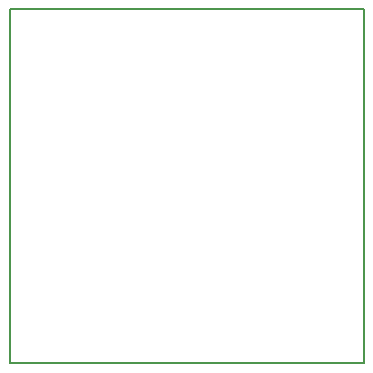
<source format=gbr>
%TF.GenerationSoftware,KiCad,Pcbnew,6.0.11+dfsg-1~bpo11+1*%
%TF.CreationDate,2023-04-13T10:25:38+00:00*%
%TF.ProjectId,FRAM01A,4652414d-3031-4412-9e6b-696361645f70,rev?*%
%TF.SameCoordinates,Original*%
%TF.FileFunction,Profile,NP*%
%FSLAX46Y46*%
G04 Gerber Fmt 4.6, Leading zero omitted, Abs format (unit mm)*
G04 Created by KiCad (PCBNEW 6.0.11+dfsg-1~bpo11+1) date 2023-04-13 10:25:38*
%MOMM*%
%LPD*%
G01*
G04 APERTURE LIST*
%TA.AperFunction,Profile*%
%ADD10C,0.127000*%
%TD*%
G04 APERTURE END LIST*
D10*
X122174000Y-71374000D02*
X152146000Y-71374000D01*
X152146000Y-101346000D02*
X122174000Y-101346000D01*
X122174000Y-101346000D02*
X122174000Y-71374000D01*
X152146000Y-71374000D02*
X152146000Y-101346000D01*
M02*

</source>
